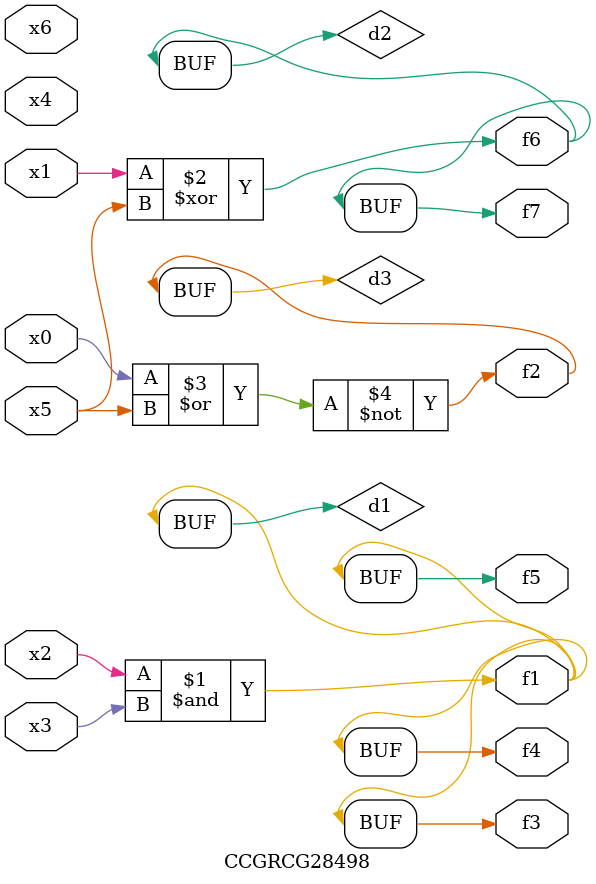
<source format=v>
module CCGRCG28498(
	input x0, x1, x2, x3, x4, x5, x6,
	output f1, f2, f3, f4, f5, f6, f7
);

	wire d1, d2, d3;

	and (d1, x2, x3);
	xor (d2, x1, x5);
	nor (d3, x0, x5);
	assign f1 = d1;
	assign f2 = d3;
	assign f3 = d1;
	assign f4 = d1;
	assign f5 = d1;
	assign f6 = d2;
	assign f7 = d2;
endmodule

</source>
